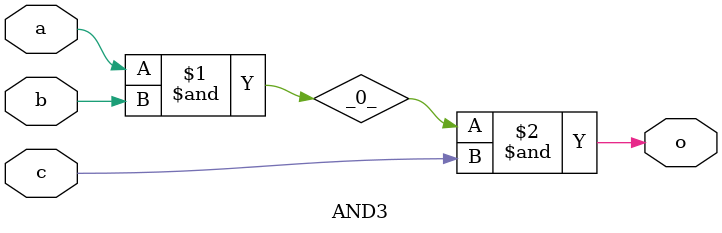
<source format=v>
/* Generated by Yosys 0.9+932 (git sha1 65f197e2, clang  -fPIC -Os) */

(* top =  1  *)
(* src = "AND3.v:1" *)
module AND3(a, b, c, o);
  (* src = "AND3.v:8" *)
  wire _0_;
  (* src = "AND3.v:2" *)
  input a;
  (* src = "AND3.v:3" *)
  input b;
  (* src = "AND3.v:4" *)
  input c;
  (* src = "AND3.v:5" *)
  output o;
  assign _0_ = a &(* src = "AND3.v:8" *)  b;
  assign o = _0_ &(* src = "AND3.v:8" *)  c;
endmodule

</source>
